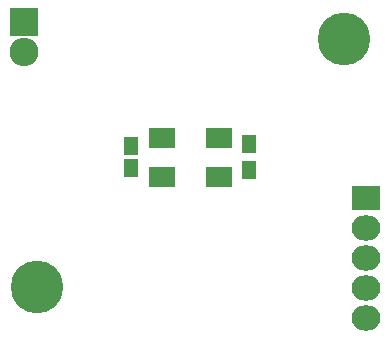
<source format=gbr>
G04 #@! TF.FileFunction,Soldermask,Top*
%FSLAX46Y46*%
G04 Gerber Fmt 4.6, Leading zero omitted, Abs format (unit mm)*
G04 Created by KiCad (PCBNEW (2015-09-17 BZR 6202)-product) date Saturday, October 24, 2015 'PMt' 10:04:51 PM*
%MOMM*%
G01*
G04 APERTURE LIST*
%ADD10C,0.100000*%
%ADD11R,1.150000X1.600000*%
%ADD12R,2.432000X2.127200*%
%ADD13O,2.432000X2.127200*%
%ADD14R,2.432000X2.432000*%
%ADD15O,2.432000X2.432000*%
%ADD16R,1.300000X1.600000*%
%ADD17R,2.200000X1.800000*%
%ADD18C,4.464000*%
G04 APERTURE END LIST*
D10*
D11*
X113000000Y-114950000D03*
X113000000Y-113050000D03*
D12*
X132900000Y-117500000D03*
D13*
X132900000Y-120040000D03*
X132900000Y-122580000D03*
X132900000Y-125120000D03*
X132900000Y-127660000D03*
D14*
X103900000Y-102600000D03*
D15*
X103900000Y-105140000D03*
D16*
X123000000Y-115100000D03*
X123000000Y-112900000D03*
D17*
X115600000Y-112350000D03*
X115600000Y-115650000D03*
X120400000Y-115650000D03*
X120400000Y-112350000D03*
D18*
X131000000Y-104000000D03*
X105000000Y-125000000D03*
X105000000Y-125000000D03*
M02*

</source>
